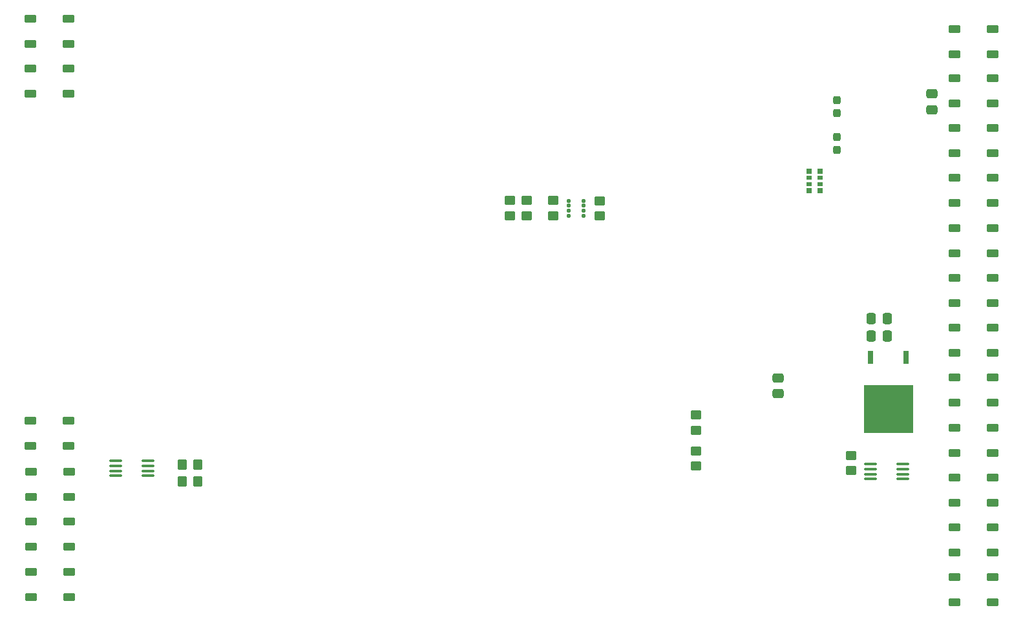
<source format=gbr>
%TF.GenerationSoftware,KiCad,Pcbnew,8.0.3*%
%TF.CreationDate,2025-06-03T03:01:33-07:00*%
%TF.ProjectId,MLU_BreakoutV2,4d4c555f-4272-4656-916b-6f757456322e,rev?*%
%TF.SameCoordinates,Original*%
%TF.FileFunction,Paste,Top*%
%TF.FilePolarity,Positive*%
%FSLAX46Y46*%
G04 Gerber Fmt 4.6, Leading zero omitted, Abs format (unit mm)*
G04 Created by KiCad (PCBNEW 8.0.3) date 2025-06-03 03:01:33*
%MOMM*%
%LPD*%
G01*
G04 APERTURE LIST*
G04 Aperture macros list*
%AMRoundRect*
0 Rectangle with rounded corners*
0 $1 Rounding radius*
0 $2 $3 $4 $5 $6 $7 $8 $9 X,Y pos of 4 corners*
0 Add a 4 corners polygon primitive as box body*
4,1,4,$2,$3,$4,$5,$6,$7,$8,$9,$2,$3,0*
0 Add four circle primitives for the rounded corners*
1,1,$1+$1,$2,$3*
1,1,$1+$1,$4,$5*
1,1,$1+$1,$6,$7*
1,1,$1+$1,$8,$9*
0 Add four rect primitives between the rounded corners*
20,1,$1+$1,$2,$3,$4,$5,0*
20,1,$1+$1,$4,$5,$6,$7,0*
20,1,$1+$1,$6,$7,$8,$9,0*
20,1,$1+$1,$8,$9,$2,$3,0*%
G04 Aperture macros list end*
%ADD10RoundRect,0.250000X0.450000X-0.350000X0.450000X0.350000X-0.450000X0.350000X-0.450000X-0.350000X0*%
%ADD11RoundRect,0.100000X-0.712500X-0.100000X0.712500X-0.100000X0.712500X0.100000X-0.712500X0.100000X0*%
%ADD12RoundRect,0.250000X-0.550000X-0.250000X0.550000X-0.250000X0.550000X0.250000X-0.550000X0.250000X0*%
%ADD13RoundRect,0.237500X-0.237500X0.300000X-0.237500X-0.300000X0.237500X-0.300000X0.237500X0.300000X0*%
%ADD14RoundRect,0.250000X-0.475000X0.337500X-0.475000X-0.337500X0.475000X-0.337500X0.475000X0.337500X0*%
%ADD15RoundRect,0.250000X-0.450000X0.350000X-0.450000X-0.350000X0.450000X-0.350000X0.450000X0.350000X0*%
%ADD16RoundRect,0.250000X0.350000X0.450000X-0.350000X0.450000X-0.350000X-0.450000X0.350000X-0.450000X0*%
%ADD17RoundRect,0.056250X-0.188750X-0.168750X0.188750X-0.168750X0.188750X0.168750X-0.188750X0.168750X0*%
%ADD18RoundRect,0.250000X-0.337500X-0.475000X0.337500X-0.475000X0.337500X0.475000X-0.337500X0.475000X0*%
%ADD19R,0.700000X0.640000*%
%ADD20R,0.700000X0.500000*%
%ADD21R,0.711200X1.701800*%
%ADD22R,6.553200X6.223000*%
G04 APERTURE END LIST*
D10*
%TO.C,R6*%
X214706200Y-115858800D03*
X214706200Y-113858800D03*
%TD*%
D11*
%TO.C,U2*%
X138679700Y-119903600D03*
X138679700Y-120553600D03*
X138679700Y-121203600D03*
X138679700Y-121853600D03*
X142904700Y-121853600D03*
X142904700Y-121203600D03*
X142904700Y-120553600D03*
X142904700Y-119903600D03*
%TD*%
D12*
%TO.C,LED14*%
X248510000Y-108976276D03*
X248510000Y-112276276D03*
X253510000Y-108976276D03*
X253510000Y-112276276D03*
%TD*%
%TO.C,LED13*%
X248510000Y-102438095D03*
X248510000Y-105738095D03*
X253510000Y-102438095D03*
X253510000Y-105738095D03*
%TD*%
%TO.C,LED1*%
X127508000Y-61953800D03*
X127508000Y-65253800D03*
X132508000Y-61953800D03*
X132508000Y-65253800D03*
%TD*%
%TO.C,LED18*%
X248510000Y-135129000D03*
X248510000Y-138429000D03*
X253510000Y-135129000D03*
X253510000Y-138429000D03*
%TD*%
D13*
%TO.C,C4*%
X233121200Y-72598200D03*
X233121200Y-74323200D03*
%TD*%
D12*
%TO.C,LED15*%
X248510000Y-115514457D03*
X248510000Y-118814457D03*
X253510000Y-115514457D03*
X253510000Y-118814457D03*
%TD*%
%TO.C,LED4*%
X127560000Y-121292400D03*
X127560000Y-124592400D03*
X132560000Y-121292400D03*
X132560000Y-124592400D03*
%TD*%
D14*
%TO.C,C3*%
X245541800Y-71809700D03*
X245541800Y-73884700D03*
%TD*%
D12*
%TO.C,LED5*%
X127560000Y-127842400D03*
X127560000Y-131142400D03*
X132560000Y-127842400D03*
X132560000Y-131142400D03*
%TD*%
D15*
%TO.C,R5*%
X192506600Y-85775800D03*
X192506600Y-87775800D03*
%TD*%
D16*
%TO.C,R9*%
X149396200Y-122550800D03*
X147396200Y-122550800D03*
%TD*%
%TO.C,R8*%
X149396200Y-120391800D03*
X147396200Y-120391800D03*
%TD*%
D12*
%TO.C,LED10*%
X248510000Y-82823552D03*
X248510000Y-86123552D03*
X253510000Y-82823552D03*
X253510000Y-86123552D03*
%TD*%
%TO.C,LED7*%
X248564400Y-63322200D03*
X248564400Y-66622200D03*
X253564400Y-63322200D03*
X253564400Y-66622200D03*
%TD*%
%TO.C,LED17*%
X248510000Y-128590819D03*
X248510000Y-131890819D03*
X253510000Y-128590819D03*
X253510000Y-131890819D03*
%TD*%
D17*
%TO.C,U4*%
X199942300Y-85791400D03*
X199942300Y-86441400D03*
X199942300Y-87091400D03*
X199942300Y-87741400D03*
X198002300Y-87741400D03*
X198002300Y-87091400D03*
X198002300Y-86441400D03*
X198002300Y-85791400D03*
%TD*%
D12*
%TO.C,LED16*%
X248510000Y-122052638D03*
X248510000Y-125352638D03*
X253510000Y-122052638D03*
X253510000Y-125352638D03*
%TD*%
D15*
%TO.C,R7*%
X214680800Y-118583200D03*
X214680800Y-120583200D03*
%TD*%
D12*
%TO.C,LED8*%
X248510000Y-69747190D03*
X248510000Y-73047190D03*
X253510000Y-69747190D03*
X253510000Y-73047190D03*
%TD*%
D15*
%TO.C,R2*%
X202091700Y-85807400D03*
X202091700Y-87807400D03*
%TD*%
D12*
%TO.C,LED2*%
X127508000Y-68503800D03*
X127508000Y-71803800D03*
X132508000Y-68503800D03*
X132508000Y-71803800D03*
%TD*%
D14*
%TO.C,C1*%
X225425000Y-108999200D03*
X225425000Y-111074200D03*
%TD*%
D15*
%TO.C,R4*%
X190271400Y-85775800D03*
X190271400Y-87775800D03*
%TD*%
D12*
%TO.C,LED6*%
X127560000Y-134392400D03*
X127560000Y-137692400D03*
X132560000Y-134392400D03*
X132560000Y-137692400D03*
%TD*%
D18*
%TO.C,C7*%
X237632299Y-103517700D03*
X239707299Y-103517700D03*
%TD*%
D12*
%TO.C,LED9*%
X248510000Y-76285371D03*
X248510000Y-79585371D03*
X253510000Y-76285371D03*
X253510000Y-79585371D03*
%TD*%
D13*
%TO.C,C5*%
X233121200Y-77449600D03*
X233121200Y-79174600D03*
%TD*%
D11*
%TO.C,U3*%
X237561900Y-120310000D03*
X237561900Y-120960000D03*
X237561900Y-121610000D03*
X237561900Y-122260000D03*
X241786900Y-122260000D03*
X241786900Y-121610000D03*
X241786900Y-120960000D03*
X241786900Y-120310000D03*
%TD*%
D12*
%TO.C,LED12*%
X248510000Y-95899914D03*
X248510000Y-99199914D03*
X253510000Y-95899914D03*
X253510000Y-99199914D03*
%TD*%
D19*
%TO.C,RN1*%
X230936800Y-84485400D03*
D20*
X230936800Y-83615400D03*
X230936800Y-82815400D03*
D19*
X230936800Y-81945400D03*
X229536800Y-81945400D03*
D20*
X229536800Y-82815400D03*
X229536800Y-83615400D03*
D19*
X229536800Y-84485400D03*
%TD*%
D15*
%TO.C,R1*%
X195944900Y-85782000D03*
X195944900Y-87782000D03*
%TD*%
D12*
%TO.C,LED3*%
X127486400Y-114604800D03*
X127486400Y-117904800D03*
X132486400Y-114604800D03*
X132486400Y-117904800D03*
%TD*%
D18*
%TO.C,C6*%
X237632299Y-101231700D03*
X239707299Y-101231700D03*
%TD*%
D21*
%TO.C,U1*%
X242177601Y-106337100D03*
D22*
X239877600Y-113093500D03*
D21*
X237577599Y-106337100D03*
%TD*%
D15*
%TO.C,R3*%
X235026200Y-119167400D03*
X235026200Y-121167400D03*
%TD*%
D12*
%TO.C,LED11*%
X248510000Y-89361733D03*
X248510000Y-92661733D03*
X253510000Y-89361733D03*
X253510000Y-92661733D03*
%TD*%
M02*

</source>
